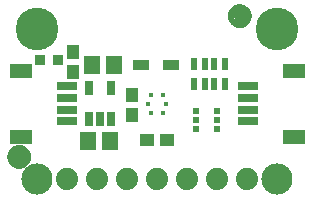
<source format=gbr>
G04 EAGLE Gerber RS-274X export*
G75*
%MOMM*%
%FSLAX34Y34*%
%LPD*%
%INSoldermask Top*%
%IPPOS*%
%AMOC8*
5,1,8,0,0,1.08239X$1,22.5*%
G01*
%ADD10C,2.641600*%
%ADD11R,1.341600X1.601600*%
%ADD12R,0.651600X1.301600*%
%ADD13R,1.176600X1.101600*%
%ADD14R,0.551600X1.001600*%
%ADD15R,0.601600X0.601600*%
%ADD16R,0.601600X0.501600*%
%ADD17C,3.617600*%
%ADD18R,1.651600X0.701600*%
%ADD19R,1.901600X1.301600*%
%ADD20C,1.101600*%
%ADD21C,0.500000*%
%ADD22R,0.901600X0.901600*%
%ADD23R,1.101600X1.176600*%
%ADD24R,1.451600X0.901600*%
%ADD25C,1.879600*%
%ADD26R,0.401600X0.451600*%
%ADD27R,0.451600X0.401600*%


D10*
X25400Y25400D03*
X228600Y25400D03*
D11*
X67970Y57150D03*
X86970Y57150D03*
D12*
X69240Y75899D03*
X78740Y75899D03*
X88240Y75899D03*
X88240Y101901D03*
X69240Y101901D03*
D11*
X71780Y121920D03*
X90780Y121920D03*
D13*
X118246Y58420D03*
X135246Y58420D03*
D14*
X184450Y105800D03*
X184450Y122800D03*
X175450Y105800D03*
X167450Y105800D03*
X158450Y105800D03*
X158450Y122800D03*
X175450Y122800D03*
X167450Y122800D03*
D15*
X177910Y67430D03*
D16*
X177910Y74930D03*
D15*
X177910Y82430D03*
X159910Y82430D03*
D16*
X159910Y74930D03*
D15*
X159910Y67430D03*
D17*
X25400Y152400D03*
X228600Y152400D03*
D18*
X203460Y83900D03*
X203460Y93900D03*
X203460Y73900D03*
X203460Y103900D03*
D19*
X242460Y60900D03*
X242460Y116900D03*
D18*
X50540Y93900D03*
X50540Y83900D03*
X50540Y103900D03*
X50540Y73900D03*
D19*
X11540Y116900D03*
X11540Y60900D03*
D20*
X10160Y43815D03*
D21*
X10160Y51315D02*
X9979Y51313D01*
X9798Y51306D01*
X9617Y51295D01*
X9436Y51280D01*
X9256Y51260D01*
X9076Y51236D01*
X8897Y51208D01*
X8719Y51175D01*
X8542Y51138D01*
X8365Y51097D01*
X8190Y51052D01*
X8015Y51002D01*
X7842Y50948D01*
X7671Y50890D01*
X7500Y50828D01*
X7332Y50761D01*
X7165Y50691D01*
X6999Y50617D01*
X6836Y50538D01*
X6675Y50456D01*
X6515Y50370D01*
X6358Y50280D01*
X6203Y50186D01*
X6050Y50089D01*
X5900Y49987D01*
X5752Y49883D01*
X5606Y49774D01*
X5464Y49663D01*
X5324Y49547D01*
X5187Y49429D01*
X5052Y49307D01*
X4921Y49182D01*
X4793Y49054D01*
X4668Y48923D01*
X4546Y48788D01*
X4428Y48651D01*
X4312Y48511D01*
X4201Y48369D01*
X4092Y48223D01*
X3988Y48075D01*
X3886Y47925D01*
X3789Y47772D01*
X3695Y47617D01*
X3605Y47460D01*
X3519Y47300D01*
X3437Y47139D01*
X3358Y46976D01*
X3284Y46810D01*
X3214Y46643D01*
X3147Y46475D01*
X3085Y46304D01*
X3027Y46133D01*
X2973Y45960D01*
X2923Y45785D01*
X2878Y45610D01*
X2837Y45433D01*
X2800Y45256D01*
X2767Y45078D01*
X2739Y44899D01*
X2715Y44719D01*
X2695Y44539D01*
X2680Y44358D01*
X2669Y44177D01*
X2662Y43996D01*
X2660Y43815D01*
X10160Y51315D02*
X10341Y51313D01*
X10522Y51306D01*
X10703Y51295D01*
X10884Y51280D01*
X11064Y51260D01*
X11244Y51236D01*
X11423Y51208D01*
X11601Y51175D01*
X11778Y51138D01*
X11955Y51097D01*
X12130Y51052D01*
X12305Y51002D01*
X12478Y50948D01*
X12649Y50890D01*
X12820Y50828D01*
X12988Y50761D01*
X13155Y50691D01*
X13321Y50617D01*
X13484Y50538D01*
X13645Y50456D01*
X13805Y50370D01*
X13962Y50280D01*
X14117Y50186D01*
X14270Y50089D01*
X14420Y49987D01*
X14568Y49883D01*
X14714Y49774D01*
X14856Y49663D01*
X14996Y49547D01*
X15133Y49429D01*
X15268Y49307D01*
X15399Y49182D01*
X15527Y49054D01*
X15652Y48923D01*
X15774Y48788D01*
X15892Y48651D01*
X16008Y48511D01*
X16119Y48369D01*
X16228Y48223D01*
X16332Y48075D01*
X16434Y47925D01*
X16531Y47772D01*
X16625Y47617D01*
X16715Y47460D01*
X16801Y47300D01*
X16883Y47139D01*
X16962Y46976D01*
X17036Y46810D01*
X17106Y46643D01*
X17173Y46475D01*
X17235Y46304D01*
X17293Y46133D01*
X17347Y45960D01*
X17397Y45785D01*
X17442Y45610D01*
X17483Y45433D01*
X17520Y45256D01*
X17553Y45078D01*
X17581Y44899D01*
X17605Y44719D01*
X17625Y44539D01*
X17640Y44358D01*
X17651Y44177D01*
X17658Y43996D01*
X17660Y43815D01*
X17658Y43634D01*
X17651Y43453D01*
X17640Y43272D01*
X17625Y43091D01*
X17605Y42911D01*
X17581Y42731D01*
X17553Y42552D01*
X17520Y42374D01*
X17483Y42197D01*
X17442Y42020D01*
X17397Y41845D01*
X17347Y41670D01*
X17293Y41497D01*
X17235Y41326D01*
X17173Y41155D01*
X17106Y40987D01*
X17036Y40820D01*
X16962Y40654D01*
X16883Y40491D01*
X16801Y40330D01*
X16715Y40170D01*
X16625Y40013D01*
X16531Y39858D01*
X16434Y39705D01*
X16332Y39555D01*
X16228Y39407D01*
X16119Y39261D01*
X16008Y39119D01*
X15892Y38979D01*
X15774Y38842D01*
X15652Y38707D01*
X15527Y38576D01*
X15399Y38448D01*
X15268Y38323D01*
X15133Y38201D01*
X14996Y38083D01*
X14856Y37967D01*
X14714Y37856D01*
X14568Y37747D01*
X14420Y37643D01*
X14270Y37541D01*
X14117Y37444D01*
X13962Y37350D01*
X13805Y37260D01*
X13645Y37174D01*
X13484Y37092D01*
X13321Y37013D01*
X13155Y36939D01*
X12988Y36869D01*
X12820Y36802D01*
X12649Y36740D01*
X12478Y36682D01*
X12305Y36628D01*
X12130Y36578D01*
X11955Y36533D01*
X11778Y36492D01*
X11601Y36455D01*
X11423Y36422D01*
X11244Y36394D01*
X11064Y36370D01*
X10884Y36350D01*
X10703Y36335D01*
X10522Y36324D01*
X10341Y36317D01*
X10160Y36315D01*
X9979Y36317D01*
X9798Y36324D01*
X9617Y36335D01*
X9436Y36350D01*
X9256Y36370D01*
X9076Y36394D01*
X8897Y36422D01*
X8719Y36455D01*
X8542Y36492D01*
X8365Y36533D01*
X8190Y36578D01*
X8015Y36628D01*
X7842Y36682D01*
X7671Y36740D01*
X7500Y36802D01*
X7332Y36869D01*
X7165Y36939D01*
X6999Y37013D01*
X6836Y37092D01*
X6675Y37174D01*
X6515Y37260D01*
X6358Y37350D01*
X6203Y37444D01*
X6050Y37541D01*
X5900Y37643D01*
X5752Y37747D01*
X5606Y37856D01*
X5464Y37967D01*
X5324Y38083D01*
X5187Y38201D01*
X5052Y38323D01*
X4921Y38448D01*
X4793Y38576D01*
X4668Y38707D01*
X4546Y38842D01*
X4428Y38979D01*
X4312Y39119D01*
X4201Y39261D01*
X4092Y39407D01*
X3988Y39555D01*
X3886Y39705D01*
X3789Y39858D01*
X3695Y40013D01*
X3605Y40170D01*
X3519Y40330D01*
X3437Y40491D01*
X3358Y40654D01*
X3284Y40820D01*
X3214Y40987D01*
X3147Y41155D01*
X3085Y41326D01*
X3027Y41497D01*
X2973Y41670D01*
X2923Y41845D01*
X2878Y42020D01*
X2837Y42197D01*
X2800Y42374D01*
X2767Y42552D01*
X2739Y42731D01*
X2715Y42911D01*
X2695Y43091D01*
X2680Y43272D01*
X2669Y43453D01*
X2662Y43634D01*
X2660Y43815D01*
D20*
X196850Y162941D03*
D21*
X196850Y170441D02*
X196669Y170439D01*
X196488Y170432D01*
X196307Y170421D01*
X196126Y170406D01*
X195946Y170386D01*
X195766Y170362D01*
X195587Y170334D01*
X195409Y170301D01*
X195232Y170264D01*
X195055Y170223D01*
X194880Y170178D01*
X194705Y170128D01*
X194532Y170074D01*
X194361Y170016D01*
X194190Y169954D01*
X194022Y169887D01*
X193855Y169817D01*
X193689Y169743D01*
X193526Y169664D01*
X193365Y169582D01*
X193205Y169496D01*
X193048Y169406D01*
X192893Y169312D01*
X192740Y169215D01*
X192590Y169113D01*
X192442Y169009D01*
X192296Y168900D01*
X192154Y168789D01*
X192014Y168673D01*
X191877Y168555D01*
X191742Y168433D01*
X191611Y168308D01*
X191483Y168180D01*
X191358Y168049D01*
X191236Y167914D01*
X191118Y167777D01*
X191002Y167637D01*
X190891Y167495D01*
X190782Y167349D01*
X190678Y167201D01*
X190576Y167051D01*
X190479Y166898D01*
X190385Y166743D01*
X190295Y166586D01*
X190209Y166426D01*
X190127Y166265D01*
X190048Y166102D01*
X189974Y165936D01*
X189904Y165769D01*
X189837Y165601D01*
X189775Y165430D01*
X189717Y165259D01*
X189663Y165086D01*
X189613Y164911D01*
X189568Y164736D01*
X189527Y164559D01*
X189490Y164382D01*
X189457Y164204D01*
X189429Y164025D01*
X189405Y163845D01*
X189385Y163665D01*
X189370Y163484D01*
X189359Y163303D01*
X189352Y163122D01*
X189350Y162941D01*
X196850Y170441D02*
X197031Y170439D01*
X197212Y170432D01*
X197393Y170421D01*
X197574Y170406D01*
X197754Y170386D01*
X197934Y170362D01*
X198113Y170334D01*
X198291Y170301D01*
X198468Y170264D01*
X198645Y170223D01*
X198820Y170178D01*
X198995Y170128D01*
X199168Y170074D01*
X199339Y170016D01*
X199510Y169954D01*
X199678Y169887D01*
X199845Y169817D01*
X200011Y169743D01*
X200174Y169664D01*
X200335Y169582D01*
X200495Y169496D01*
X200652Y169406D01*
X200807Y169312D01*
X200960Y169215D01*
X201110Y169113D01*
X201258Y169009D01*
X201404Y168900D01*
X201546Y168789D01*
X201686Y168673D01*
X201823Y168555D01*
X201958Y168433D01*
X202089Y168308D01*
X202217Y168180D01*
X202342Y168049D01*
X202464Y167914D01*
X202582Y167777D01*
X202698Y167637D01*
X202809Y167495D01*
X202918Y167349D01*
X203022Y167201D01*
X203124Y167051D01*
X203221Y166898D01*
X203315Y166743D01*
X203405Y166586D01*
X203491Y166426D01*
X203573Y166265D01*
X203652Y166102D01*
X203726Y165936D01*
X203796Y165769D01*
X203863Y165601D01*
X203925Y165430D01*
X203983Y165259D01*
X204037Y165086D01*
X204087Y164911D01*
X204132Y164736D01*
X204173Y164559D01*
X204210Y164382D01*
X204243Y164204D01*
X204271Y164025D01*
X204295Y163845D01*
X204315Y163665D01*
X204330Y163484D01*
X204341Y163303D01*
X204348Y163122D01*
X204350Y162941D01*
X204348Y162760D01*
X204341Y162579D01*
X204330Y162398D01*
X204315Y162217D01*
X204295Y162037D01*
X204271Y161857D01*
X204243Y161678D01*
X204210Y161500D01*
X204173Y161323D01*
X204132Y161146D01*
X204087Y160971D01*
X204037Y160796D01*
X203983Y160623D01*
X203925Y160452D01*
X203863Y160281D01*
X203796Y160113D01*
X203726Y159946D01*
X203652Y159780D01*
X203573Y159617D01*
X203491Y159456D01*
X203405Y159296D01*
X203315Y159139D01*
X203221Y158984D01*
X203124Y158831D01*
X203022Y158681D01*
X202918Y158533D01*
X202809Y158387D01*
X202698Y158245D01*
X202582Y158105D01*
X202464Y157968D01*
X202342Y157833D01*
X202217Y157702D01*
X202089Y157574D01*
X201958Y157449D01*
X201823Y157327D01*
X201686Y157209D01*
X201546Y157093D01*
X201404Y156982D01*
X201258Y156873D01*
X201110Y156769D01*
X200960Y156667D01*
X200807Y156570D01*
X200652Y156476D01*
X200495Y156386D01*
X200335Y156300D01*
X200174Y156218D01*
X200011Y156139D01*
X199845Y156065D01*
X199678Y155995D01*
X199510Y155928D01*
X199339Y155866D01*
X199168Y155808D01*
X198995Y155754D01*
X198820Y155704D01*
X198645Y155659D01*
X198468Y155618D01*
X198291Y155581D01*
X198113Y155548D01*
X197934Y155520D01*
X197754Y155496D01*
X197574Y155476D01*
X197393Y155461D01*
X197212Y155450D01*
X197031Y155443D01*
X196850Y155441D01*
X196669Y155443D01*
X196488Y155450D01*
X196307Y155461D01*
X196126Y155476D01*
X195946Y155496D01*
X195766Y155520D01*
X195587Y155548D01*
X195409Y155581D01*
X195232Y155618D01*
X195055Y155659D01*
X194880Y155704D01*
X194705Y155754D01*
X194532Y155808D01*
X194361Y155866D01*
X194190Y155928D01*
X194022Y155995D01*
X193855Y156065D01*
X193689Y156139D01*
X193526Y156218D01*
X193365Y156300D01*
X193205Y156386D01*
X193048Y156476D01*
X192893Y156570D01*
X192740Y156667D01*
X192590Y156769D01*
X192442Y156873D01*
X192296Y156982D01*
X192154Y157093D01*
X192014Y157209D01*
X191877Y157327D01*
X191742Y157449D01*
X191611Y157574D01*
X191483Y157702D01*
X191358Y157833D01*
X191236Y157968D01*
X191118Y158105D01*
X191002Y158245D01*
X190891Y158387D01*
X190782Y158533D01*
X190678Y158681D01*
X190576Y158831D01*
X190479Y158984D01*
X190385Y159139D01*
X190295Y159296D01*
X190209Y159456D01*
X190127Y159617D01*
X190048Y159780D01*
X189974Y159946D01*
X189904Y160113D01*
X189837Y160281D01*
X189775Y160452D01*
X189717Y160623D01*
X189663Y160796D01*
X189613Y160971D01*
X189568Y161146D01*
X189527Y161323D01*
X189490Y161500D01*
X189457Y161678D01*
X189429Y161857D01*
X189405Y162037D01*
X189385Y162217D01*
X189370Y162398D01*
X189359Y162579D01*
X189352Y162760D01*
X189350Y162941D01*
D22*
X28060Y125730D03*
X43060Y125730D03*
D23*
X55880Y132960D03*
X55880Y115960D03*
D24*
X138430Y121920D03*
X113030Y121920D03*
D23*
X105410Y96130D03*
X105410Y79130D03*
D25*
X50800Y25400D03*
X76200Y25400D03*
X101600Y25400D03*
X127000Y25400D03*
X152400Y25400D03*
X177800Y25400D03*
X203200Y25400D03*
D26*
X119500Y88900D03*
X134500Y88900D03*
D27*
X132000Y81400D03*
X132000Y96400D03*
X122000Y96400D03*
X122000Y81400D03*
M02*

</source>
